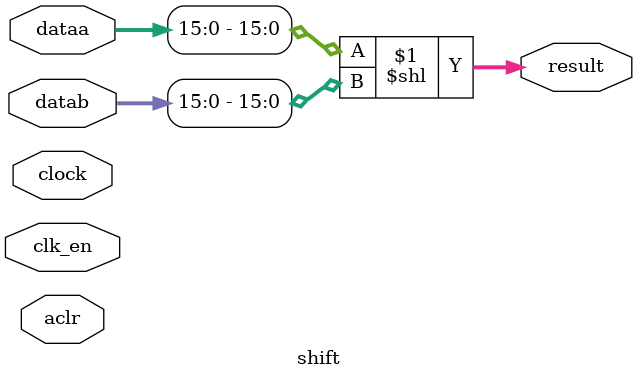
<source format=v>
`timescale 1 ps / 1 ps

module shift (  
    input           aclr,
    input           clk_en,
    input           clock,
    input  [31:0]   dataa,
    input  [31:0]   datab,
    output [31:0]   result
);

    assign result = dataa[15:0] << datab[15:0];

endmodule
</source>
